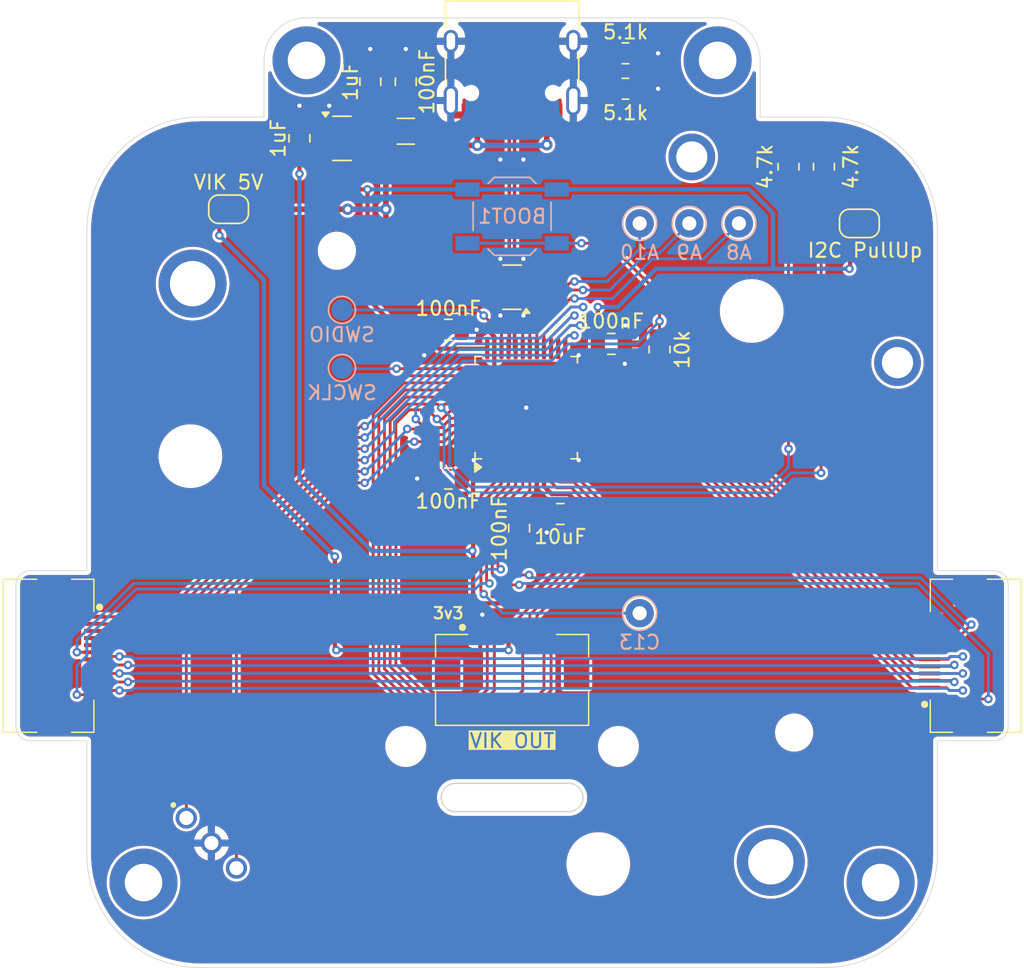
<source format=kicad_pcb>
(kicad_pcb (version 20240108) (generator "pcbnew") (generator_version "8.0")
  (layers (0 "F.Cu" signal) (31 "B.Cu" signal) (34 "B.Paste" user) (35 "F.Paste" user) (36 "B.SilkS" user "B.Silkscreen") (37 "F.SilkS" user "F.Silkscreen") (38 "B.Mask" user) (39 "F.Mask" user) (44 "Edge.Cuts" user))
  (net 0 "")
  (net 1 "BOOT0")
  (net 2 "+3V3")
  (net 3 "+5V")
  (net 4 "GND")
  (net 5 "NRST")
  (net 6 "VBUS")
  (net 7 "Net-(J1-CC2)")
  (net 9 "D-")
  (net 10 "Net-(J1-CC1)")
  (net 12 "D+")
  (net 13 "free1-mcu")
  (net 14 "col1-mcu")
  (net 15 "col4-mcu")
  (net 16 "row0-mcu")
  (net 17 "col2-mcu")
  (net 18 "col0-mcu")
  (net 19 "row3-mcu")
  (net 20 "row1-mcu")
  (net 21 "row2-mcu")
  (net 22 "col3-mcu")
  (net 23 "free2-mcu")
  (net 24 "row4-mcu")
  (net 25 "row5-mcu")
  (net 26 "row6-mcu")
  (net 27 "row7-mcu")
  (net 28 "I2C_3V3")
  (net 29 "LED_OUT")
  (net 30 "SCL")
  (net 31 "SDA")
  (net 32 "ENCB")
  (net 33 "ENCA")
  (net 34 "VIK_5V")
  (net 35 "VIK_GPIO2")
  (net 36 "SPI_CLK")
  (net 37 "SPI_MISO")
  (net 38 "VIK_GPIO1")
  (net 39 "VIK_CS")
  (net 40 "/A14")
  (net 41 "/A13")
  (net 42 "SPI_MOSI")
  (net 43 "free4-mcu")
  (net 44 "free3-mcu")
  (net 45 "free6-mcu")
  (net 46 "free5-mcu")
  (net 47 "/A8")
  (net 48 "/A9")
  (net 49 "/A10")
  (net 50 "/C13")
  (footprint "zzkeeb:Connector_VIK-horizontal-keyboard" (layer "F.Cu") (at 151.8 107.9)
    (property "Reference" "VIK_K1")
    (property "Value" "Connector_VIK-keyboard" (hide yes))
  )
  (footprint "zzkeeb:RingEncoder_PER561P115N0015" (layer "F.Cu") (at 151.8 99.9 -45)
    (property "Reference" "IC1" (hide yes))
    (property "Value" "RingEncoder_PER561-P115-N0015" (hide yes))
  )
  (footprint "Resistor_SMD:R_0805_2012Metric" (layer "F.Cu") (at 159.8 67.9 180)
    (property "Reference" "R1")
    (property "Value" "5.1k")
  )
  (footprint "zzkeeb:Hole_M2" (layer "F.Cu") (at 144.3 114.3)
    (property "Reference" "H5" (hide yes))
    (property "Value" "MountingHole" (hide yes))
  )
  (footprint "Jumper:SolderJumper-2_P1.3mm_Open_RoundedPad1.0x1.5mm" (layer "F.Cu") (at 131.8 76.4 180)
    (property "Reference" "JP1")
    (property "Value" "VIK 5V")
  )
  (footprint "Capacitor_SMD:C_0805_2012Metric" (layer "F.Cu") (at 144.3 67.4 90)
    (property "Reference" "C1")
    (property "Value" "100nF")
  )
  (footprint "Capacitor_SMD:C_0805_2012Metric" (layer "F.Cu") (at 155.2 97.9 180)
    (property "Reference" "C2")
    (property "Value" "10uF")
  )
  (footprint "Package_TO_SOT_SMD:SOT-143" (layer "F.Cu") (at 151.8 81.9 180)
    (property "Reference" "U2")
    (property "Value" "PRTR5V0U2X")
  )
  (footprint "zzkeeb:Hole_M2-solder-nut-2.5" (layer "F.Cu") (at 125.8 123.9)
    (property "Reference" "H3" (hide yes))
    (property "Value" "MountingHole" (hide yes))
  )
  (footprint "Capacitor_SMD:C_0805_2012Metric" (layer "F.Cu") (at 158.8 85.9)
    (property "Reference" "C3")
    (property "Value" "100nF")
  )
  (footprint "Resistor_SMD:R_0805_2012Metric" (layer "F.Cu") (at 173.8 73.4 -90)
    (property "Reference" "R5")
    (property "Value" "4.7k")
  )
  (footprint "Capacitor_SMD:C_0805_2012Metric" (layer "F.Cu") (at 147.3 84.9)
    (property "Reference" "C5")
    (property "Value" "100nF")
  )
  (footprint "zzkeeb:Hole_M2" (layer "F.Cu") (at 159.3 114.3)
    (property "Reference" "H6" (hide yes))
    (property "Value" "MountingHole" (hide yes))
  )
  (footprint "Fuse:Fuse_1206_3216Metric" (layer "F.Cu") (at 144.3 70.9 180)
    (property "Reference" "F1")
    (property "Value" "1A")
  )
  (footprint "Resistor_SMD:R_0805_2012Metric" (layer "F.Cu") (at 159.8 65.4)
    (property "Reference" "R2")
    (property "Value" "5.1k")
  )
  (footprint "zzkeeb:Connector_FFC-12pin-0.5mm-horizontal" (layer "F.Cu") (at 120.8 107.9 -90)
    (property "Reference" "J3")
    (property "Value" "Conn_01x12_Socket" (hide yes))
  )
  (footprint "Resistor_SMD:R_0805_2012Metric" (layer "F.Cu") (at 171.3 73.4 -90)
    (property "Reference" "R4")
    (property "Value" "4.7k")
  )
  (footprint "Capacitor_SMD:C_0805_2012Metric" (layer "F.Cu") (at 147.3 95.4 180)
    (property "Reference" "C6")
    (property "Value" "100nF")
  )
  (footprint "Jumper:SolderJumper-2_P1.3mm_Open_RoundedPad1.0x1.5mm" (layer "F.Cu") (at 176.3 77.4 180)
    (property "Reference" "JP3")
    (property "Value" "I2C PullUp")
  )
  (footprint "Package_TO_SOT_SMD:SOT-23" (layer "F.Cu") (at 139.8 71.4)
    (property "Reference" "U3")
    (property "Value" "XC6206PxxxMR-Regulator_Linear")
  )
  (footprint "Package_QFP:LQFP-48_7x7mm_P0.5mm" (layer "F.Cu") (at 152.8 90.4 90)
    (property "Reference" "U1")
    (property "Value" "STM32F072CBT6")
  )
  (footprint "zzkeeb:Connector_FFC-12pin-0.5mm-horizontal" (layer "F.Cu") (at 182.8 107.9 90)
    (property "Reference" "J2")
    (property "Value" "Conn_01x12_Socket" (hide yes))
  )
  (footprint "zzkeeb:Hole_M2-solder-nut-2.5" (layer "F.Cu") (at 137.3 65.9)
    (property "Reference" "H2" (hide yes))
    (property "Value" "MountingHole" (hide yes))
  )
  (footprint "Capacitor_SMD:C_0805_2012Metric" (layer "F.Cu") (at 136.8 71.4 90)
    (property "Reference" "C7")
    (property "Value" "1uF")
  )
  (footprint "Capacitor_SMD:C_0805_2012Metric" (layer "F.Cu") (at 141.8 67.4 90)
    (property "Reference" "C4")
    (property "Value" "1uF")
  )
  (footprint "zzkeeb:Hole_M2-solder-nut-2.5" (layer "F.Cu") (at 177.8 123.9)
    (property "Reference" "H4" (hide yes))
    (property "Value" "MountingHole" (hide yes))
  )
  (footprint "zzkeeb:Hole_M2-solder-nut-2.5" (layer "F.Cu") (at 166.3 65.9)
    (property "Reference" "H1" (hide yes))
    (property "Value" "MountingHole" (hide yes))
  )
  (footprint "Resistor_SMD:R_0805_2012Metric" (layer "F.Cu") (at 162.2 86.3 -90)
    (property "Reference" "R3")
    (property "Value" "10k")
  )
  (footprint "Capacitor_SMD:C_0805_2012Metric" (layer "F.Cu") (at 152.3 98.9 -90)
    (property "Reference" "C10")
    (property "Value" "100nF")
  )
  (footprint "zzkeeb:Connector_HRO-TYPE-C-31-M-12" (layer "F.Cu") (at 151.8 61.9 180)
    (property "Reference" "J1" (hide yes))
    (property "Value" "USB_C_Receptacle_USB2.0" (hide yes))
  )
  (footprint "TestPoint:TestPoint_Pad_D1.5mm" (layer "B.Cu") (at 139.8 83.5 180)
    (property "Reference" "TP1")
    (property "Value" "SWDIO")
  )
  (footprint "Button_Switch_SMD:SW_SPST_TL3342" (layer "B.Cu") (at 151.8 76.9 180)
    (property "Reference" "BOOT1")
    (property "Value" "SW_SPST")
  )
  (footprint "TestPoint:TestPoint_THTPad_D2.0mm_Drill1.0mm" (layer "B.Cu") (at 160.8 77.4 180)
    (property "Reference" "TP6")
    (property "Value" "A10")
  )
  (footprint "TestPoint:TestPoint_Pad_D1.5mm" (layer "B.Cu") (at 139.8 87.6 180)
    (property "Reference" "TP2")
    (property "Value" "SWCLK")
  )
  (footprint "TestPoint:TestPoint_THTPad_D2.0mm_Drill1.0mm" (layer "B.Cu") (at 164.3 77.4 180)
    (property "Reference" "TP5")
    (property "Value" "A9")
  )
  (footprint "TestPoint:TestPoint_THTPad_D2.0mm_Drill1.0mm" (layer "B.Cu") (at 160.8 104.9 180)
    (property "Reference" "TP3")
    (property "Value" "C13")
  )
  (footprint "TestPoint:TestPoint_THTPad_D2.0mm_Drill1.0mm" (layer "B.Cu") (at 167.8 77.4 180)
    (property "Reference" "TP4")
    (property "Value" "A8")
  )
  (gr_arc (start 166.3 62.9) (mid 168.42132 63.77868) (end 169.3 65.9) (stroke (width 0.05)) (layer "Edge.Cuts"))
  (gr_line (start 129.8 129.9) (end 173.8 129.9) (stroke (width 0.05)) (layer "Edge.Cuts"))
  (gr_line (start 116.8 102.9) (end 116.8 112.9) (stroke (width 0.05)) (layer "Edge.Cuts"))
  (gr_arc (start 181.8 121.9) (mid 179.456854 127.556854) (end 173.8 129.9) (stroke (width 0.05)) (layer "Edge.Cuts"))
  (gr_line (start 134.3 69.9) (end 129.8 69.9) (stroke (width 0.05)) (layer "Edge.Cuts"))
  (gr_arc (start 186.8 112.9) (mid 186.507107 113.607107) (end 185.8 113.9) (stroke (width 0.05)) (layer "Edge.Cuts"))
  (gr_line (start 121.8 77.9) (end 121.8 101.9) (stroke (width 0.05)) (layer "Edge.Cuts"))
  (gr_arc (start 121.8 77.9) (mid 124.143146 72.243146) (end 129.8 69.9) (stroke (width 0.05)) (layer "Edge.Cuts"))
  (gr_line (start 121.8 113.9) (end 121.8 121.9) (stroke (width 0.05)) (layer "Edge.Cuts"))
  (gr_arc (start 129.8 129.9) (mid 124.143146 127.556854) (end 121.8 121.9) (stroke (width 0.05)) (layer "Edge.Cuts"))
  (gr_arc (start 147.8 118.9) (mid 146.800001 117.9) (end 147.8 116.9) (stroke (width 0.1)) (layer "Edge.Cuts"))
  (gr_line (start 186.8 102.9) (end 186.8 112.9) (stroke (width 0.05)) (layer "Edge.Cuts"))
  (gr_line (start 134.3 65.9) (end 134.3 69.9) (stroke (width 0.05)) (layer "Edge.Cuts"))
  (gr_arc (start 173.8 69.9) (mid 179.456854 72.243146) (end 181.8 77.9) (stroke (width 0.05)) (layer "Edge.Cuts"))
  (gr_arc (start 134.3 65.9) (mid 135.17868 63.77868) (end 137.3 62.9) (stroke (width 0.05)) (layer "Edge.Cuts"))
  (gr_line (start 181.8 101.9) (end 185.8 101.9) (stroke (width 0.05)) (layer "Edge.Cuts"))
  (gr_line (start 169.3 69.9) (end 173.8 69.9) (stroke (width 0.05)) (layer "Edge.Cuts"))
  (gr_line (start 121.8 101.9) (end 117.8 101.9) (stroke (width 0.05)) (layer "Edge.Cuts"))
  (gr_arc (start 185.8 101.9) (mid 186.507107 102.192893) (end 186.8 102.9) (stroke (width 0.05)) (layer "Edge.Cuts"))
  (gr_line (start 155.8 116.9) (end 147.8 116.9) (stroke (width 0.1)) (layer "Edge.Cuts"))
  (gr_line (start 185.8 113.9) (end 181.8 113.9) (stroke (width 0.05)) (layer "Edge.Cuts"))
  (gr_line (start 169.3 65.9) (end 169.3 69.9) (stroke (width 0.05)) (layer "Edge.Cuts"))
  (gr_line (start 181.8 101.9) (end 181.8 77.9) (stroke (width 0.05)) (layer "Edge.Cuts"))
  (gr_line (start 147.8 118.9) (end 155.8 118.9) (stroke (width 0.1)) (layer "Edge.Cuts"))
  (gr_line (start 166.3 62.9) (end 137.3 62.9) (stroke (width 0.05)) (layer "Edge.Cuts"))
  (gr_arc (start 117.8 113.9) (mid 117.092893 113.607107) (end 116.8 112.9) (stroke (width 0.05)) (layer "Edge.Cuts"))
  (gr_line (start 181.8 113.9) (end 181.8 121.9) (stroke (width 0.05)) (layer "Edge.Cuts"))
  (gr_arc (start 155.8 116.9) (mid 156.800001 117.9) (end 155.8 118.9) (stroke (width 0.1)) (layer "Edge.Cuts"))
  (gr_arc (start 116.8 102.9) (mid 117.092893 102.192893) (end 117.8 101.9) (stroke (width 0.05)) (layer "Edge.Cuts"))
  (gr_line (start 117.8 113.9) (end 121.8 113.9) (stroke (width 0.05)) (layer "Edge.Cuts"))
  (segment (start 156.7 78.8) (end 158.6 78.8) (width 0.2) (layer "F.Cu") (net 1))
  (segment (start 145 91.2) (end 145.6 91.8) (width 0.2) (layer "F.Cu") (net 1))
  (segment (start 162.2 82.4) (end 162.2 85.3875) (width 0.2) (layer "F.Cu") (net 1))
  (segment (start 147.484314 91.15) (end 148.6375 91.15) (width 0.2) (layer "F.Cu") (net 1))
  (segment (start 146.834314 91.8) (end 147.484314 91.15) (width 0.2) (layer "F.Cu") (net 1))
  (segment (start 158.6 78.8) (end 162.2 82.4) (width 0.2) (layer "F.Cu") (net 1))
  (segment (start 145.6 91.8) (end 146.834314 91.8) (width 0.2) (layer "F.Cu") (net 1))
  (via (at 156.7 78.8) (size 0.6) (drill 0.3) (layers "F.Cu" "B.Cu") (net 1))
  (via (at 145 91.2) (size 0.6) (drill 0.3) (layers "F.Cu" "B.Cu") (net 1))
  (via (at 162.2 84.3) (size 0.6) (drill 0.3) (layers "F.Cu" "B.Cu") (net 1))
  (segment (start 145 90.462744) (end 145 91.2) (width 0.2) (layer "B.Cu") (net 1))
  (segment (start 160.6 85.9) (end 155.765686 85.9) (width 0.2) (layer "B.Cu") (net 1))
  (segment (start 154.565686 87.1) (end 148.362744 87.1) (width 0.2) (layer "B.Cu") (net 1))
  (segment (start 148.362744 87.1) (end 145 90.462744) (width 0.2) (layer "B.Cu") (net 1))
  (segment (start 162.2 84.3) (end 160.6 85.9) (width 0.2) (layer "B.Cu") (net 1))
  (segment (start 154.95 78.8) (end 156.7 78.8) (width 0.2) (layer "B.Cu") (net 1))
  (segment (start 155.765686 85.9) (end 154.565686 87.1) (width 0.2) (layer "B.Cu") (net 1))
  (segment (start 148.65 78.8) (end 154.95 78.8) (width 0.2) (layer "B.Cu") (net 1))
  (segment (start 148.25 95.4) (end 148.25 93.5375) (width 0.3) (layer "F.Cu") (net 2))
  (segment (start 146.6375 86.2375) (end 150.05 86.2375) (width 0.3) (layer "F.Cu") (net 2))
  (segment (start 154.6 96.5) (end 155.8 96.5) (width 0.3) (layer "F.Cu") (net 2))
  (segment (start 156.15 100.713604) (end 152.663604 104.2) (width 0.3) (layer "F.Cu") (net 2))
  (segment (start 136.8 73.9) (end 136.8 72.35) (width 0.3) (layer "F.Cu") (net 2))
  (segment (start 156.15 97.9) (end 156.15 100.713604) (width 0.3) (layer "F.Cu") (net 2))
  (segment (start 148.25 93.5375) (end 148.6375 93.15) (width 0.3) (layer "F.Cu") (net 2))
  (segment (start 136.8 72.35) (end 138.8625 72.35) (width 0.3) (layer "F.Cu") (net 2))
  (segment (start 155.8 96.5) (end 156.15 96.85) (width 0.3) (layer "F.Cu") (net 2))
  (segment (start 138.8625 73.9625) (end 138.8625 72.35) (width 0.3) (layer "F.Cu") (net 2))
  (segment (start 156.15 96.85) (end 156.15 97.9) (width 0.3) (layer "F.Cu") (net 2))
  (segment (start 150.05 95.25) (end 150.05 94.5625) (width 0.3) (layer "F.Cu") (net 2))
  (segment (start 175.65 80.55) (end 175.65 77.4) (width 0.3) (layer "F.Cu") (net 2))
  (segment (start 141.6 75) (end 139.9 75) (width 0.3) (layer "F.Cu") (net 2))
  (segment (start 154.05 94.5625) (end 154.05 95.95) (width 0.3) (layer "F.Cu") (net 2))
  (segment (start 149.05 103.9) (end 149.05 95.45) (width 0.3) (layer "F.Cu") (net 2))
  (segment (start 141.6 75) (end 141.6 82.7) (width 0.3) (layer "F.Cu") (net 2))
  (segment (start 146.35 85.95) (end 146.6375 86.2375) (width 0.3) (layer "F.Cu") (net 2))
  (segment (start 141.6 82.7) (end 143.8 84.9) (width 0.3) (layer "F.Cu") (net 2))
  (segment (start 157.85 87.65) (end 156.9625 87.65) (width 0.3) (layer "F.Cu") (net 2))
  (segment (start 157.85 83.3) (end 157.85 85.9) (width 0.3) (layer "F.Cu") (net 2))
  (segment (start 148.25 95.4) (end 149.9 95.4) (width 0.3) (layer "F.Cu") (net 2))
  (segment (start 146.35 84.9) (end 146.35 85.95) (width 0.3) (layer "F.Cu") (net 2))
  (segment (start 143.8 84.9) (end 146.35 84.9) (width 0.3) (layer "F.Cu") (net 2))
  (segment (start 152.663604 104.2) (end 149.05 104.2) (width 0.3) (layer "F.Cu") (net 2))
  (segment (start 149.9 95.4) (end 150.05 95.25) (width 0.3) (layer "F.Cu") (net 2))
  (segment (start 149.05 103.9) (end 149.05 106.35) (width 0.3) (layer "F.Cu") (net 2))
  (segment (start 139.9 75) (end 138.8625 73.9625) (width 0.3) (layer "F.Cu") (net 2))
  (segment (start 154.05 95.95) (end 154.6 96.5) (width 0.3) (layer "F.Cu") (net 2))
  (segment (start 175.6 80.6) (end 175.65 80.55) (width 0.3) (layer "F.Cu") (net 2))
  (segment (start 157.85 85.9) (end 157.85 87.65) (width 0.3) (layer "F.Cu") (net 2))
  (via (at 141.6 75) (size 0.6) (drill 0.3) (layers "F.Cu" "B.Cu") (net 2))
  (via (at 157.85 83.3) (size 0.6) (drill 0.3) (layers "F.Cu" "B.Cu") (net 2))
  (via (at 149 100.5) (size 0.6) (drill 0.3) (layers "F.Cu" "B.Cu") (net 2))
  (via (at 175.6 80.6) (size 0.6) (drill 0.3) (layers "F.Cu" "B.Cu") (net 2))
  (via (at 136.8 73.9) (size 0.6) (drill 0.3) (layers "F.Cu" "B.Cu") (net 2))
  (segment (start 157.85 83.3) (end 159.25 83.3) (width 0.3) (layer "B.Cu") (net 2))
  (segment (start 136.8 73.9) (end 136.8 95.4) (width 0.3) (layer "B.Cu") (net 2))
  (segment (start 141.9 100.5) (end 149 100.5) (width 0.3) (layer "B.Cu") (net 2))
  (segment (start 141.6 75) (end 168.527817 75) (width 0.3) (layer "B.Cu") (net 2))
  (segment (start 168.527817 75) (end 170.2 76.672183) (width 0.3) (layer "B.Cu") (net 2))
  (segment (start 170.2 76.672183) (end 170.2 80.6) (width 0.3) (layer "B.Cu") (net 2))
  (segment (start 161.95 80.6) (end 170.2 80.6) (width 0.3) (layer "B.Cu") (net 2))
  (segment (start 159.25 83.3) (end 161.95 80.6) (width 0.3) (layer "B.Cu") (net 2))
  (segment (start 136.8 95.4) (end 141.9 100.5) (width 0.3) (layer "B.Cu") (net 2))
  (segment (start 170.2 80.6) (end 175.6 80.6) (width 0.3) (layer "B.Cu") (net 2))
  (segment (start 144.3 81.8) (end 149.75 81.8) (width 0.4) (layer "F.Cu") (net 3))
  (segment (start 142.9 76.4) (end 142.9 80.4) (width 0.4) (layer "F.Cu") (net 3))
  (segment (start 149.75 81.8) (end 150.8 82.85) (width 0.4) (layer "F.Cu") (net 3))
  (segment (start 141.8 69.1) (end 140.7375 70.1625) (width 0.4) (layer "F.Cu") (net 3))
  (segment (start 140.7375 70.1625) (end 140.7375 71.4) (width 0.4) (layer "F.Cu") (net 3))
  (segment (start 142.9 70.9) (end 142.9 76.4) (width 0.4) (layer "F.Cu") (net 3))
  (segment (start 132.45 76.4) (end 140.2 76.4) (width 0.4) (layer "F.Cu") (net 3))
  (segment (start 141.8 68.35) (end 141.8 69.1) (width 0.4) (layer "F.Cu") (net 3))
  (segment (start 142.9 70.2) (end 144.3 68.8) (width 0.4) (layer "F.Cu") (net 3))
  (segment (start 144.3 68.8) (end 144.3 68.35) (width 0.4) (layer "F.Cu") (net 3))
  (segment (start 144.3 68.35) (end 141.8 68.35) (width 0.4) (layer "F.Cu") (net 3))
  (segment (start 142.9 80.4) (end 144.3 81.8) (width 0.4) (layer "F.Cu") (net 3))
  (segment (start 142.9 70.9) (end 142.9 70.2) (width 0.4) (layer "F.Cu") (net 3))
  (via (at 140.2 76.4) (size 0.8) (drill 0.4) (layers "F.Cu" "B.Cu") (net 3))
  (via (at 142.9 76.4) (size 0.8) (drill 0.4) (layers "F.Cu" "B.Cu") (net 3))
  (segment (start 140.2 76.4) (end 142.9 76.4) (width 0.4) (layer "B.Cu") (net 3))
  (segment (start 147.79688 92.65) (end 148.6375 92.65) (width 0.3) (layer "F.Cu") (net 4))
  (segment (start 146.35 95.4) (end 146.35 94.09688) (width 0.3) (layer "F.Cu") (net 4))
  (segment (start 159.75 87.3) (end 159.75 85.9) (width 0.3) (layer "F.Cu") (net 4))
  (segment (start 159.05 88.15) (end 156.9625 88.15) (width 0.3) (layer "F.Cu") (net 4))
  (segment (start 154.25 96.857106) (end 154.25 97.9) (width 0.3) (layer "F.Cu") (net 4))
  (segment (start 159.75 87.3) (end 159.75 87.45) (width 0.3) (layer "F.Cu") (net 4))
  (segment (start 149.3 84.9) (end 150.05312 84.9) (width 0.3) (layer "F.Cu") (net 4))
  (segment (start 159.75 87.45) (end 159.05 88.15) (width 0.3) (layer "F.Cu") (net 4))
  (segment (start 150.55 85.39688) (end 150.55 86.2375) (width 0.3) (layer "F.Cu") (net 4))
  (segment (start 153.55 96.157106) (end 154.25 96.857106) (width 0.3) (layer "F.Cu") (net 4))
  (segment (start 153.55 94.5625) (end 153.55 96.157106) (width 0.3) (layer "F.Cu") (net 4))
  (segment (start 149.3 84.9) (end 148.25 84.9) (width 0.3) (layer "F.Cu") (net 4))
  (segment (start 146.35 94.09688) (end 147.79688 92.65) (width 0.3) (layer "F.Cu") (net 4))
  (segment (start 150.05312 84.9) (end 150.55 85.39688) (width 0.3) (layer "F.Cu") (net 4))
  (via (at 138.9 69.1) (size 0.6) (drill 0.3) (layers "F.Cu" "B.Cu") (net 4))
  (via (at 162.1 67.9) (size 0.6) (drill 0.3) (layers "F.Cu" "B.Cu") (net 4))
  (via (at 159.8 84.6) (size 0.6) (drill 0.3) (layers "F.Cu" "B.Cu") (net 4))
  (via (at 150.975 79.9) (size 0.6) (drill 0.3) (layers "F.Cu" "B.Cu") (net 4))
  (via (at 149.3 84.9) (size 0.6) (drill 0.3) (layers "F.Cu" "B.Cu") (net 4))
  (via (at 159.75 87.3) (size 0.6) (drill 0.3) (layers "F.Cu" "B.Cu") (net 4))
  (via (at 145.1 95.4) (size 0.6) (drill 0.3) (layers "F.Cu" "B.Cu") (net 4))
  (via (at 152.6 79.9) (size 0.6) (drill 0.3) (layers "F.Cu" "B.Cu") (net 4))
  (via (at 149.1 94.1) (size 0.6) (drill 0.3) (layers "F.Cu" "B.Cu") (net 4))
  (via (at 144.3 65.1) (size 0.6) (drill 0.3) (layers "F.Cu" "B.Cu") (net 4))
  (via (at 156.5 86.7) (size 0.6) (drill 0.3) (layers "F.Cu" "B.Cu") (net 4))
  (via (at 152.8 90.4) (size 0.6) (drill 0.3) (layers "F.Cu" "B.Cu") (net 4))
  (via (at 149.7 105) (size 0.6) (drill 0.3) (layers "F.Cu" "B.Cu") (net 4))
  (via (at 150.975 72.9) (size 0.6) (drill 0.3) (layers "F.Cu" "B.Cu") (net 4))
  (via (at 152.6 72.9) (size 0.6) (drill 0.3) (layers "F.Cu" "B.Cu") (net 4))
  (via (at 145.6 86.7) (size 0.6) (drill 0.3) (layers "F.Cu" "B.Cu") (net 4))
  (via (at 136.8 69.1) (size 0.6) (drill 0.3) (layers "F.Cu" "B.Cu") (net 4))
  (via (at 152.6 83.9) (size 0.6) (drill 0.3) (layers "F.Cu" "B.Cu") (net 4))
  (via (at 141.8 65.1) (size 0.6) (drill 0.3) (layers "F.Cu" "B.Cu") (net 4))
  (via (at 162.1 65.4) (size 0.6) (drill 0.3) (layers "F.Cu" "B.Cu") (net 4))
  (via (at 156.5 94.1) (size 0.6) (drill 0.3) (layers "F.Cu" "B.Cu") (net 4))
  (via (at 154.25 99.2) (size 0.6) (drill 0.3) (layers "F.Cu" "B.Cu") (net 4))
  (via (at 150.975 83.9) (size 0.6) (drill 0.3) (layers "F.Cu" "B.Cu") (net 4))
  (segment (start 153.05 96.25) (end 153.05 94.5625) (width 0.2) (layer "F.Cu") (net 5))
  (segment (start 152.2 97.1) (end 153.05 96.25) (width 0.2) (layer "F.Cu") (net 5))
  (segment (start 152.2 97.95) (end 152.2 97.1) (width 0.2) (layer "F.Cu") (net 5))
  (segment (start 147.7 71.9) (end 146.7 70.9) (width 0.4) (layer "F.Cu") (net 6))
  (segment (start 149.35 71.9) (end 147.7 71.9) (width 0.4) (layer "F.Cu") (net 6))
  (segment (start 149.35 71.9) (end 149.35 69.75) (width 0.4) (layer "F.Cu") (net 6))
  (segment (start 154.25 71.85) (end 154.25 69.75) (width 0.4) (layer "F.Cu") (net 6))
  (segment (start 146.7 70.9) (end 145.7 70.9) (width 0.4) (layer "F.Cu") (net 6))
  (via (at 154.25 71.85) (size 0.8) (drill 0.4) (layers "F.Cu" "B.Cu") (net 6))
  (via (at 149.35 71.9) (size 0.8) (drill 0.4) (layers "F.Cu" "B.Cu") (net 6))
  (segment (start 154.25 71.85) (end 154.2 71.9) (width 0.4) (layer "B.Cu") (net 6))
  (segment (start 154.2 71.9) (end 149.35 71.9) (width 0.4) (layer "B.Cu") (net 6))
  (segment (start 157.8 65.4) (end 156.9 66.3) (width 0.2) (layer "F.Cu") (net 7))
  (segment (start 156.9 66.3) (end 151.2 66.3) (width 0.2) (layer "F.Cu") (net 7))
  (segment (start 151.2 66.3) (end 150.05 67.45) (width 0.2) (layer "F.Cu") (net 7))
  (segment (start 150.05 67.45) (end 150.05 69.75) (width 0.2) (layer "F.Cu") (net 7))
  (segment (start 158.8875 65.4) (end 157.8 65.4) (width 0.2) (layer "F.Cu") (net 7))
  (segment (start 152.55 68.85) (end 152.55 69.75) (width 0.25) (layer "F.Cu") (net 9))
  (segment (start 151.55 68.8) (end 151.75 68.6) (width 0.25) (layer "F.Cu") (net 9))
  (segment (start 151.75 68.6) (end 152.3 68.6) (width 0.25) (layer "F.Cu") (net 9))
  (segment (start 151.55 69.75) (end 151.55 68.8) (width 0.25) (layer "F.Cu") (net 9))
  (segment (start 151.975 86.1625) (end 151.975 71.325) (width 0.25) (layer "F.Cu") (net 9))
  (segment (start 152.075 80.95) (end 152.8 80.95) (width 0.25) (layer "F.Cu") (net 9))
  (segment (start 151.975 71.325) (end 152.55 70.75) (width 0.25) (layer "F.Cu") (net 9))
  (segment (start 152.55 70.75) (end 152.55 69.75) (width 0.25) (layer "F.Cu") (net 9))
  (segment (start 152.3 68.6) (end 152.55 68.85) (width 0.25) (layer "F.Cu") (net 9))
  (segment (start 152.05 86.2375) (end 151.975 86.1625) (width 0.25) (layer "F.Cu") (net 9))
  (segment (start 153.05 67.45) (end 153.6 66.9) (width 0.2) (layer "F.Cu") (net 10))
  (segment (start 153.6 66.9) (end 156.8 66.9) (width 0.2) (layer "F.Cu") (net 10))
  (segment (start 157.8 67.9) (end 158.8875 67.9) (width 0.2) (layer "F.Cu") (net 10))
  (segment (start 156.8 66.9) (end 157.8 67.9) (width 0.2) (layer "F.Cu") (net 10))
  (segment (start 153.05 69.75) (end 153.05 67.45) (width 0.2) (layer "F.Cu") (net 10))
  (segment (start 151.05 69.75) (end 151.05 70.6) (width 0.25) (layer "F.Cu") (net 12))
  (segment (start 151.05 70.6) (end 151.6 71.15) (width 0.25) (layer "F.Cu") (net 12))
  (segment (start 152.05 69.75) (end 152.05 70.7) (width 0.25) (layer "F.Cu") (net 12))
  (segment (start 150.8 80.95) (end 151.5 80.95) (width 0.25) (layer "F.Cu") (net 12))
  (segment (start 151.6 71.15) (end 151.6 86.1875) (width 0.25) (layer "F.Cu") (net 12))
  (segment (start 152.05 70.7) (end 151.6 71.15) (width 0.25) (layer "F.Cu") (net 12))
  (segment (start 151.6 86.1875) (end 151.55 86.2375) (width 0.25) (layer "F.Cu") (net 12))
  (segment (start 163.57843 88.65) (end 156.9625 88.65) (width 0.2) (layer "F.Cu") (net 13))
  (segment (start 180.07843 105.15) (end 163.57843 88.65) (width 0.2) (layer "F.Cu") (net 13))
  (segment (start 181.25 105.15) (end 180.07843 105.15) (width 0.2) (layer "F.Cu") (net 13))
  (segment (start 156.9625 91.65) (end 163.184314 91.65) (width 0.2) (layer "F.Cu") (net 14))
  (segment (start 163.184314 91.65) (end 180.184314 108.65) (width 0.2) (layer "F.Cu") (net 14))
  (segment (start 182.9 108.65) (end 181.25 108.65) (width 0.2) (layer "F.Cu") (net 14))
  (segment (start 123.55 108.65) (end 122.35 108.65) (width 0.2) (layer "F.Cu") (net 14))
  (segment (start 180.184314 108.65) (end 181.25 108.65) (width 0.2) (layer "F.Cu") (net 14))
  (segment (start 124.7 108.55) (end 123.65 108.55) (width 0.2) (layer "F.Cu") (net 14))
  (segment (start 123.65 108.55) (end 123.55 108.65) (width 0.2) (layer "F.Cu") (net 14))
  (segment (start 183 108.55) (end 182.9 108.65) (width 0.2) (layer "F.Cu") (net 14))
  (via (at 183 108.55) (size 0.6) (drill 0.3) (layers "F.Cu" "B.Cu") (net 14))
  (via (at 124.7 108.55) (size 0.6) (drill 0.3) (layers "F.Cu" "B.Cu") (net 14))
  (segment (start 182.95 108.6) (end 124.75 108.6) (width 0.2) (layer "B.Cu") (net 14))
  (segment (start 124.75 108.6) (end 124.7 108.55) (width 0.2) (layer "B.Cu") (net 14))
  (segment (start 183 108.55) (end 182.95 108.6) (width 0.2) (layer "B.Cu") (net 14))
  (segment (start 124.1 110.35) (end 123.55 110.35) (width 0.2) (layer "F.Cu") (net 15))
  (segment (start 182.65 110.35) (end 182.45 110.15) (width 0.2) (layer "F.Cu") (net 15))
  (segment (start 162.987256 93.15) (end 179.987256 110.15) (width 0.2) (layer "F.Cu") (net 15))
  (segment (start 182.45 110.15) (end 181.25 110.15) (width 0.2) (layer "F.Cu") (net 15))
  (segment (start 156.9625 93.15) (end 162.987256 93.15) (width 0.2) (layer "F.Cu") (net 15))
  (segment (start 123.35 110.15) (end 122.35 110.15) (width 0.2) (layer "F.Cu") (net 15))
  (segment (start 123.55 110.35) (end 123.35 110.15) (width 0.2) (layer "F.Cu") (net 15))
  (segment (start 179.987256 110.15) (end 181.25 110.15) (width 0.2) (layer "F.Cu") (net 15))
  (segment (start 183.6 110.35) (end 182.65 110.35) (width 0.2) (layer "F.Cu") (net 15))
  (via (at 124.1 110.35) (size 0.6) (drill 0.3) (layers "F.Cu" "B.Cu") (net 15))
  (via (at 183.6 110.35) (size 0.6) (drill 0.3) (layers "F.Cu" "B.Cu") (net 15))
  (segment (start 183.6 110.35) (end 182.65 110.35) (width 0.2) (layer "B.Cu") (net 15))
  (segment (start 125.098529 110.2) (end 124.948529 110.35) (width 0.2) (layer "B.Cu") (net 15))
  (segment (start 182.5 110.2) (end 125.098529 110.2) (width 0.2) (layer "B.Cu") (net 15))
  (segment (start 182.65 110.35) (end 182.5 110.2) (width 0.2) (layer "B.Cu") (net 15))
  (segment (start 124.948529 110.35) (end 124.1 110.35) (width 0.2) (layer "B.Cu") (net 15))
  (segment (start 181.25 105.65) (end 180.012744 105.65) (width 0.2) (layer "F.Cu") (net 16))
  (segment (start 180.012744 105.65) (end 163.512744 89.15) (width 0.2) (layer "F.Cu") (net 16))
  (segment (start 163.512744 89.15) (end 156.9625 89.15) (width 0.2) (layer "F.Cu") (net 16))
  (segment (start 124.1 109.15) (end 122.35 109.15) (width 0.2) (layer "F.Cu") (net 17))
  (segment (start 183.6 109.15) (end 181.25 109.15) (width 0.2) (layer "F.Cu") (net 17))
  (segment (start 180.118628 109.15) (end 163.118628 92.15) (width 0.2) (layer "F.Cu") (net 17))
  (segment (start 163.118628 92.15) (end 156.9625 92.15) (width 0.2) (layer "F.Cu") (net 17))
  (segment (start 181.25 109.15) (end 180.118628 109.15) (width 0.2) (layer "F.Cu") (net 17))
  (via (at 124.1 109.15) (size 0.6) (drill 0.3) (layers "F.Cu" "B.Cu") (net 17))
  (via (at 183.6 109.15) (size 0.6) (drill 0.3) (layers "F.Cu" "B.Cu") (net 17))
  (segment (start 183.6 109.15) (end 124.1 109.15) (width 0.2) (layer "B.Cu") (net 17))
  (segment (start 180.25 108.15) (end 181.25 108.15) (width 0.2) (layer "F.Cu") (net 18))
  (segment (start 156.9625 91.15) (end 163.25 91.15) (width 0.2) (layer "F.Cu") (net 18))
  (segment (start 163.25 91.15) (end 180.25 108.15) (width 0.2) (layer "F.Cu") (net 18))
  (segment (start 183.6 107.95) (end 182.75 107.95) (width 0.2) (layer "F.Cu") (net 18))
  (segment (start 182.75 107.95) (end 182.55 108.15) (width 0.2) (layer "F.Cu") (net 18))
  (segment (start 123.35 108.15) (end 122.35 108.15) (width 0.2) (layer "F.Cu") (net 18))
  (segment (start 182.55 108.15) (end 181.25 108.15) (width 0.2) (layer "F.Cu") (net 18))
  (segment (start 124.1 107.95) (end 123.55 107.95) (width 0.2) (layer "F.Cu") (net 18))
  (segment (start 123.55 107.95) (end 123.35 108.15) (width 0.2) (layer "F.Cu") (net 18))
  (via (at 124.1 107.95) (size 0.6) (drill 0.3) (layers "F.Cu" "B.Cu") (net 18))
  (via (at 183.6 107.95) (size 0.6) (drill 0.3) (layers "F.Cu" "B.Cu") (net 18))
  (segment (start 124.948529 107.95) (end 124.1 107.95) (width 0.2) (layer "B.Cu") (net 18))
  (segment (start 182.55 108.1) (end 125.098529 108.1) (width 0.2) (layer "B.Cu") (net 18))
  (segment (start 125.098529 108.1) (end 124.948529 107.95) (width 0.2) (layer "B.Cu") (net 18))
  (segment (start 183.6 107.95) (end 182.7 107.95) (width 0.2) (layer "B.Cu") (net 18))
  (segment (start 182.7 107.95) (end 182.55 108.1) (width 0.2) (layer "B.Cu") (net 18))
  (segment (start 179.815686 107.15) (end 181.25 107.15) (width 0.2) (layer "F.Cu") (net 19))
  (segment (start 163.315686 90.65) (end 179.815686 107.15) (width 0.2) (layer "F.Cu") (net 19))
  (segment (start 156.9625 90.65) (end 163.315686 90.65) (width 0.2) (layer "F.Cu") (net 19))
  (segment (start 163.447058 89.65) (end 179.947058 106.15) (width 0.2) (layer "F.Cu") (net 20))
  (segment (start 156.9625 89.65) (end 163.447058 89.65) (width 0.2) (layer "F.Cu") (net 20))
  (segment (start 179.947058 106.15) (end 181.25 106.15) (width 0.2) (layer "F.Cu") (net 20))
  (segment (start 179.881372 106.65) (end 163.381372 90.15) (width 0.2) (layer "F.Cu") (net 21))
  (segment (start 163.381372 90.15) (end 156.9625 90.15) (width 0.2) (layer "F.Cu") (net 21))
  (segment (start 181.25 106.65) (end 179.881372 106.65) (width 0.2) (layer "F.Cu") (net 21))
  (segment (start 124.7 109.75) (end 123.6 109.75) (width 0.2) (layer "F.Cu") (net 22))
  (segment (start 182.85 109.65) (end 181.25 109.65) (width 0.2) (layer "F.Cu") (net 22))
  (segment (start 180.052942 109.65) (end 181.25 109.65) (width 0.2) (layer "F.Cu") (net 22))
  (segment (start 156.9625 92.65) (end 163.052942 92.65) (width 0.2) (layer "F.Cu") (net 22))
  (segment (start 123.6 109.75) (end 123.5 109.65) (width 0.2) (layer "F.Cu") (net 22))
  (segment (start 163.052942 92.65) (end 180.052942 109.65) (width 0.2) (layer "F.Cu") (net 22))
  (segment (start 183 109.75) (end 182.95 109.75) (width 0.2) (layer "F.Cu") (net 22))
  (segment (start 123.5 109.65) (end 122.35 109.65) (width 0.2) (layer "F.Cu") (net 22))
  (segment (start 182.95 109.75) (end 182.85 109.65) (width 0.2) (layer "F.Cu") (net 22))
  (via (at 183 109.75) (size 0.6) (drill 0.3) (layers "F.Cu" "B.Cu") (net 22))
  (via (at 124.7 109.75) (size 0.6) (drill 0.3) (layers "F.Cu" "B.Cu") (net 22))
  (segment (start 182.95 109.7) (end 124.75 109.7) (width 0.2) (layer "B.Cu") (net 22))
  (segment (start 124.75 109.7) (end 124.7 109.75) (width 0.2) (layer "B.Cu") (net 22))
  (segment (start 183 109.75) (end 182.95 109.7) (width 0.2) (layer "B.Cu") (net 22))
  (segment (start 127.1 105.15) (end 144.1 88.15) (width 0.2) (layer "F.Cu") (net 23))
  (segment (start 144.1 88.15) (end 148.6375 88.15) (width 0.2) (layer "F.Cu") (net 23))
  (segment (start 122.35 105.15) (end 127.1 105.15) (width 0.2) (layer "F.Cu") (net 23))
  (segment (start 141.4 94.1) (end 140.412744 94.1) (width 0.2) (layer "F.Cu") (net 24))
  (segment (start 127.362744 107.15) (end 122.35 107.15) (width 0.2) (layer "F.Cu") (net 24))
  (segment (start 155.783276 85.3) (end 155.55 85.533276) (width 0.2) (layer "F.Cu") (net 24))
  (segment (start 140.412744 94.1) (end 127.362744 107.15) (width 0.2) (layer "F.Cu") (net 24))
  (segment (start 155.55 85.533276) (end 155.55 86.2375) (width 0.2) (layer "F.Cu") (net 24))
  (segment (start 156.2 85.3) (end 155.783276 85.3) (width 0.2) (layer "F.Cu") (net 24))
  (via (at 141.4 94.1) (size 0.6) (drill 0.3) (layers "F.Cu" "B.Cu") (net 24))
  (via (at 156.2 85.3) (size 0.6) (drill 0.3) (layers "F.Cu" "B.Cu") (net 24))
  (segment (start 154.4 86.7) (end 155.8 85.3) (width 0.2) (layer "B.Cu") (net 24))
  (segment (start 141.448529 94.1) (end 143.5 92.048529) (width 0.2) (layer "B.Cu") (net 24))
  (segment (start 143.5 92.048529) (end 143.5 91.397058) (width 0.2) (layer "B.Cu") (net 24))
  (segment (start 155.8 85.3) (end 156.2 85.3) (width 0.2) (layer "B.Cu") (net 24))
  (segment (start 143.5 91.397058) (end 148.197058 86.7) (width 0.2) (layer "B.Cu") (net 24))
  (segment (start 148.197058 86.7) (end 154.4 86.7) (width 0.2) (layer "B.Cu") (net 24))
  (segment (start 141.4 94.1) (end 141.448529 94.1) (width 0.2) (layer "B.Cu") (net 24))
  (segment (start 156.6 84.6) (end 155.91759 84.6) (width 0.2) (layer "F.Cu") (net 25))
  (segment (start 141.4 93.3) (end 140.647058 93.3) (width 0.2) (layer "F.Cu") (net 25))
  (segment (start 140.647058 93.3) (end 127.297058 106.65) (width 0.2) (layer "F.Cu") (net 25))
  (segment (start 127.297058 106.65) (end 122.35 106.65) (width 0.2) (layer "F.Cu") (net 25))
  (segment (start 155.91759 84.6) (end 155.05 85.46759) (width 0.2) (layer "F.Cu") (net 25))
  (segment (start 155.05 85.46759) (end 155.05 86.2375) (width 0.2) (layer "F.Cu") (net 25))
  (via (at 156.6 84.6) (size 0.6) (drill 0.3) (layers "F.Cu" "B.Cu") (net 25))
  (via (at 141.4 93.3) (size 0.6) (drill 0.3) (layers "F.Cu" "B.Cu") (net 25))
  (segment (start 155.917157 84.6) (end 156.6 84.6) (width 0.2) (layer "B.Cu") (net 25))
  (segment (start 142.8 91.948529) (end 142.8 91.531372) (width 0.2) (layer "B.Cu") (net 25))
  (segment (start 141.448529 93.3) (end 142.8 91.948529) (width 0.2) (layer "B.Cu") (net 25))
  (segment (start 154.217157 86.3) (end 155.917157 84.6) (width 0.2) (layer "B.Cu") (net 25))
  (segment (start 141.4 93.3) (end 141.448529 93.3) (width 0.2) (layer "B.Cu") (net 25))
  (segment (start 148.031372 86.3) (end 154.217157 86.3) (width 0.2) (layer "B.Cu") (net 25))
  (segment (start 142.8 91.531372) (end 148.031372 86.3) (width 0.2) (layer "B.Cu") (net 25))
  (segment (start 154.55 85.401904) (end 154.55 86.2375) (width 0.2) (layer "F.Cu") (net 26))
  (segment (start 141.4 92.5) (end 140.881372 92.5) (width 0.2) (layer "F.Cu") (net 26))
  (segment (start 156.051904 83.9) (end 154.55 85.401904) (width 0.2) (layer "F.Cu") (net 26))
  (segment (start 127.231372 106.15) (end 122.35 106.15) (width 0.2) (layer "F.Cu") (net 26))
  (segment (start 156.2 83.9) (end 156.051904 83.9) (width 0.2) (layer "F.Cu") (net 26))
  (segment (start 140.881372 92.5) (end 127.231372 106.15) (width 0.2) (layer "F.Cu") (net 26))
  (via (at 141.4 92.5) (size 0.6) (drill 0.3) (layers "F.Cu" "B.Cu") (net 26))
  (via (at 156.2 83.9) (size 0.6) (drill 0.3) (layers "F.Cu" "B.Cu") (net 26))
  (segment (start 154.051471 85.9) (end 156.051471 83.9) (width 0.2) (layer "B.Cu") (net 26))
  (segment (start 142.2 91.565686) (end 147.865686 85.9) (width 0.2) (layer "B.Cu") (net 26))
  (segment (start 156.051471 83.9) (end 156.2 83.9) (width 0.2) (layer "B.Cu") (net 26))
  (segment (start 142.2 91.748529) (end 142.2 91.565686) (width 0.2) (layer "B.Cu") (net 26))
  (segment (start 147.865686 85.9) (end 154.051471 85.9) (width 0.2) (layer "B.Cu") (net 26))
  (segment (start 141.448529 92.5) (end 142.2 91.748529) (width 0.2) (layer "B.Cu") (net 26))
  (segment (start 141.4 92.5) (end 141.448529 92.5) (width 0.2) (layer "B.Cu") (net 26))
  (segment (start 141.115686 91.7) (end 127.165686 105.65) (width 0.2) (layer "F.Cu") (net 27))
  (segment (start 154.05 85.201471) (end 154.05 86.2375) (width 0.2) (layer "F.Cu") (net 27))
  (segment (start 155.951471 83.3) (end 154.05 85.201471) (width 0.2) (layer "F.Cu") (net 27))
  (segment (start 156.814579 83.3) (end 155.951471 83.3) (width 0.2) (layer "F.Cu") (net 27))
  (segment (start 141.4 91.7) (end 141.115686 91.7) (width 0.2) (layer "F.Cu") (net 27))
  (segment (start 127.165686 105.65) (end 122.35 105.65) (width 0.2) (layer "F.Cu") (net 27))
  (via (at 141.4 91.7) (size 0.6) (drill 0.3) (layers "F.Cu" "B.Cu") (net 27))
  (via (at 156.814579 83.3) (size 0.6) (drill 0.3) (layers "F.Cu" "B.Cu") (net 27))
  (segment (start 153.751472 85.5) (end 155.951472 83.3) (width 0.2) (layer "B.Cu") (net 27))
  (segment (start 141.5 91.7) (end 147.7 85.5) (width 0.2) (layer "B.Cu") (net 27))
  (segment (start 141.4 91.7) (end 141.5 91.7) (width 0.2) (layer "B.Cu") (net 27))
  (segment (start 147.7 85.5) (end 153.751472 85.5) (width 0.2) (layer "B.Cu") (net 27))
  (segment (start 155.951472 83.3) (end 156.814579 83.3) (width 0.2) (layer "B.Cu") (net 27))
  (segment (start 171.3 72.4875) (end 173.8 72.4875) (width 0.3) (layer "F.Cu") (net 28))
  (segment (start 176.3875 72.4875) (end 176.95 73.05) (width 0.3) (layer "F.Cu") (net 28))
  (segment (start 173.8 72.4875) (end 176.3875 72.4875) (width 0.3) (layer "F.Cu") (net 28))
  (segment (start 176.95 73.05) (end 176.95 77.4) (width 0.3) (layer "F.Cu") (net 28))
  (segment (start 146.8 90.4) (end 146.55 90.15) (width 0.2) (layer "F.Cu") (net 30))
  (segment (start 150.55 110.35) (end 150.55 106.35) (width 0.2) (layer "F.Cu") (net 30))
  (segment (start 147.05 90.15) (end 148.6375 90.15) (width 0.2) (layer "F.Cu") (net 30))
  (segment (start 143.2 91.334314) (end 143.2 108.665686) (width 0.2) (layer "F.Cu") (net 30))
  (segment (start 143.2 108.665686) (end 146.034314 111.5) (width 0.2) (layer "F.Cu") (net 30))
  (segment (start 144.384314 90.15) (end 143.2 91.334314) (width 0.2) (layer "F.Cu") (net 30))
  (segment (start 146.55 90.15) (end 144.384314 90.15) (width 0.2) (layer "F.Cu") (net 30))
  (segment (start 171.3 93.3) (end 171.3 74.3125) (width 0.2) (layer "F.Cu") (net 30))
  (segment (start 149.4 111.5) (end 150.55 110.35) (width 0.2) (layer "F.Cu") (net 30))
  (segment (start 146.8 90.4) (end 147.05 90.15) (width 0.2) (layer "F.Cu") (net 30))
  (segment (start 146.034314 111.5) (end 149.4 111.5) (width 0.2) (layer "F.Cu") (net 30))
  (via (at 146.8 90.4) (size 0.6) (drill 0.3) (layers "F.Cu" "B.Cu") (net 30))
  (via (at 171.3 93.3) (size 0.6) (drill 0.3) (layers "F.Cu" "B.Cu") (net 30))
  (segment (start 147.4 94.5) (end 148.9 96) (width 0.2) (layer "B.Cu") (net 30))
  (segment (start 148.9 96) (end 169.9 96) (width 0.2) (layer "B.Cu") (net 30))
  (segment (start 146.8 90.4) (end 147.4 91) (width 0.2) (layer "B.Cu") (net 30))
  (segment (start 147.4 91) (end 147.4 94.5) (width 0.2) (layer "B.Cu") (net 30))
  (segment (start 169.9 96) (end 171.3 94.6) (width 0.2) (layer "B.Cu") (net 30))
  (segment (start 171.3 94.6) (end 171.3 93.3) (width 0.2) (layer "B.Cu") (net 30))
  (segment (start 147.418628 90.65) (end 148.6375 90.65) (width 0.2) (layer "F.Cu") (net 31))
  (segment (start 150.05 110.284314) (end 150.05 106.35) (width 0.2) (layer "F.Cu") (net 31))
  (segment (start 145.85 90.55) (end 144.55 90.55) (width 0.2) (layer "F.Cu") (net 31))
  (segment (start 144.55 90.55) (end 143.6 91.5) (width 0.2) (layer "F.Cu") (net 31))
  (segment (start 146.868628 91.2) (end 147.418628 90.65) (width 0.2) (layer "F.Cu") (net 31))
  (segment (start 149.234314 111.1) (end 150.05 110.284314) (width 0.2) (layer "F.Cu") (net 31))
  (segment (start 146.5 91.2) (end 145.85 90.55) (width 0.2) (layer "F.Cu") (net 31))
  (segment (start 146.2 111.1) (end 149.234314 111.1) (width 0.2) (layer "F.Cu") (net 31))
  (segment (start 173.6 74.5125) (end 173.8 74.3125) (width 0.2) (layer "F.Cu") (net 31))
  (segment (start 173.6 95) (end 173.6 74.5125) (width 0.2) (layer "F.Cu") (net 31))
  (segment (start 146.5 91.2) (end 146.868628 91.2) (width 0.2) (layer "F.Cu") (net 31))
  (segment (start 143.6 108.5) (end 146.2 111.1) (width 0.2) (layer "F.Cu") (net 31))
  (segment (start 143.6 91.5) (end 143.6 108.5) (width 0.2) (layer "F.Cu") (net 31))
  (via (at 146.5 91.2) (size 0.6) (drill 0.3) (layers "F.Cu" "B.Cu") (net 31))
  (via (at 173.6 95) (size 0.6) (drill 0.3) (layers "F.Cu" "B.Cu") (net 31))
  (segment (start 147 91.7) (end 147 94.665686) (width 0.2) (layer "B.Cu") (net 31))
  (segment (start 146.5 91.2) (end 147 91.7) (width 0.2) (layer "B.Cu") (net 31))
  (segment (start 147 94.665686) (end 148.734314 96.4) (width 0.2) (layer "B.Cu") (net 31))
  (segment (start 170.065686 96.4) (end 171.465686 95) (width 0.2) (layer "B.Cu") (net 31))
  (segment (start 171.465686 95) (end 173.6 95) (width 0.2) (layer "B.Cu") (net 31))
  (segment (start 148.734314 96.4) (end 170.065686 96.4) (width 0.2) (layer "B.Cu") (net 31))
  (segment (start 147.010484 92.8) (end 147.660484 92.15) (width 0.2) (layer "F.Cu") (net 32))
  (segment (start 132.354564 103.289552) (end 132.354564 122.88097) (width 0.2) (layer "F.Cu") (net 32))
  (segment (start 141.4 95.7) (end 139.944116 95.7) (width 0.2) (layer "F.Cu") (net 32))
  (segment (start 144.9 92.8) (end 147.010484 92.8) (width 0.2) (layer "F.Cu") (net 32))
  (segment (start 147.660484 92.15) (end 148.6375 92.15) (width 0.2) (layer "F.Cu") (net 32))
  (segment (start 139.944116 95.7) (end 132.354564 103.289552) (width 0.2) (layer "F.Cu") (net 32))
  (via (at 141.4 95.7) (size 0.6) (drill 0.3) (layers "F.Cu" "B.Cu") (net 32))
  (via (at 144.9 92.8) (size 0.6) (drill 0.3) (layers "F.Cu" "B.Cu") (net 32))
  (segment (start 144.4 92.8) (end 144.9 92.8) (width 0.2) (layer "B.Cu") (net 32))
  (segment (start 141.5 95.7) (end 144.4 92.8) (width 0.2) (layer "B.Cu") (net 32))
  (segment (start 141.4 95.7) (end 141.5 95.7) (width 0.2) (layer "B.Cu") (net 32))
  (segment (start 145 91.9) (end 145.4 92.3) (width 0.2) (layer "F.Cu") (net 33))
  (segment (start 140.17843 94.9) (end 128.81903 106.2594) (width 0.2) (layer "F.Cu") (net 33))
  (segment (start 141.4 94.9) (end 140.17843 94.9) (width 0.2) (layer "F.Cu") (net 33))
  (segment (start 145.4 92.3) (end 146.9 92.3) (width 0.2) (layer "F.Cu") (net 33))
  (segment (start 144.4 91.9) (end 145 91.9) (width 0.2) (layer "F.Cu") (net 33))
  (segment (start 128.81903 106.2594) (end 128.81903 119.345436) (width 0.2) (layer "F.Cu") (net 33))
  (segment (start 146.9 92.3) (end 147.55 91.65) (width 0.2) (layer "F.Cu") (net 33))
  (segment (start 147.55 91.65) (end 148.6375 91.65) (width 0.2) (layer "F.Cu") (net 33))
  (via (at 141.4 94.9) (size 0.6) (drill 0.3) (layers "F.Cu" "B.Cu") (net 33))
  (via (at 144.4 91.9) (size 0.6) (drill 0.3) (layers "F.Cu" "B.Cu") (net 33))
  (segment (start 144.4 91.948529) (end 141.448529 94.9) (width 0.2) (layer "B.Cu") (net 33))
  (segment (start 141.448529 94.9) (end 141.4 94.9) (width 0.2) (layer "B.Cu") (net 33))
  (segment (start 144.4 91.9) (end 144.4 91.948529) (width 0.2) (layer "B.Cu") (net 33))
  (segment (start 151.55 107.5) (end 151.55 106.35) (width 0.3) (layer "F.Cu") (net 34))
  (segment (start 139.4 107.5) (end 139.3 107.4) (width 0.3) (layer "F.Cu") (net 34))
  (segment (start 131.15 78.25) (end 131.15 75.9) (width 0.3) (layer "F.Cu") (net 34))
  (segment (start 139.3 107.4) (end 139.3 100.9) (width 0.3) (layer "F.Cu") (net 34))
  (via (at 139.3 100.9) (size 0.6) (drill 0.3) (layers "F.Cu" "B.Cu") (net 34))
  (via (at 131.15 78.25) (size 0.6) (drill 0.3) (layers "F.Cu" "B.Cu") (net 34))
  (via (at 139.4 107.5) (size 0.6) (drill 0.3) (layers "F.Cu" "B.Cu") (net 34))
  (via (at 151.55 107.5) (size 0.6) (drill 0.3) (layers "F.Cu" "B.Cu") (net 34))
  (segment (start 151.496989 107.5) (end 151.55 107.446989) (width 0.3) (layer "B.Cu") (net 34))
  (segment (start 131.15 78.25) (end 134.3 81.4) (width 0.3) (layer "B.Cu") (net 34))
  (segment (start 134.3 95.9) (end 139.3 100.9) (width 0.3) (layer "B.Cu") (net 34))
  (segment (start 139.4 107.5) (end 151.496989 107.5) (width 0.3) (layer "B.Cu") (net 34))
  (segment (start 134.3 81.4) (end 134.3 95.9) (width 0.3) (layer "B.Cu") (net 34))
  (segment (start 155.05 95.55) (end 155.15 95.65) (width 0.2) (layer "F.Cu") (net 35))
  (segment (start 155.05 94.5625) (end 155.05 95.55) (width 0.2) (layer "F.Cu") (net 35))
  (segment (start 156.152082 95.65) (end 157.4 96.897918) (width 0.2) (layer "F.Cu") (net 35))
  (segment (start 155.15 95.65) (end 156.152082 95.65) (width 0.2) (layer "F.Cu") (net 35))
  (segment (start 157.4 100.665686) (end 153.05 105.015686) (width 0.2) (layer "F.Cu") (net 35))
  (segment (start 153.05 105.015686) (end 153.05 106.35) (width 0.2) (layer "F.Cu") (net 35))
  (segment (start 157.4 96.897918) (end 157.4 100.665686) (width 0.2) (layer "F.Cu") (net 35))
  (segment (start 142 90.837257) (end 142 109.162744) (width 0.2) (layer "F.Cu") (net 36))
  (segment (start 145.537256 112.7) (end 152.2 112.7) (width 0.2) (layer "F.Cu") (net 36))
  (segment (start 148.6375 88.65) (end 144.187257 88.65) (width 0.2) (layer "F.Cu") (net 36))
  (segment (start 152.2 112.7) (end 154.55 110.35) (width 0.2) (layer "F.Cu") (net 36))
  (segment (start 142 109.162744) (end 145.537256 112.7) (width 0.2) (layer "F.Cu") (net 36))
  (segment (start 144.187257 88.65) (end 142 90.837257) (width 0.2) (layer "F.Cu") (net 36))
  (segment (start 154.55 110.35) (end 154.55 106.35) (width 0.2) (layer "F.Cu") (net 36))
  (segment (start 145.702942 112.3) (end 152.034314 112.3) (width 0.2) (layer "F.Cu") (net 37))
  (segment (start 152.034314 112.3) (end 154.05 110.284314) (width 0.2) (layer "F.Cu") (net 37))
  (segment (start 148.6375 89.15) (end 144.252942 89.15) (width 0.2) (layer "F.Cu") (net 37))
  (segment (start 154.05 110.284314) (end 154.05 106.35) (width 0.2) (layer "F.Cu") (net 37))
  (segment (start 144.252942 89.15) (end 142.4 91.002942) (width 0.2) (layer "F.Cu") (net 37))
  (segment (start 142.4 108.997058) (end 145.702942 112.3) (width 0.2) (layer "F.Cu") (net 37))
  (segment (start 142.4 91.002942) (end 142.4 108.997058) (width 0.2) (layer "F.Cu") (net 37))
  (segment (start 154.55 94.5625) (end 154.5375 94.5625) (width 0.2) (layer "F.Cu") (net 38))
  (segment (start 154.5375 94.5625) (end 154.5 94.6) (width 0.2) (layer "F.Cu") (net 38))
  (segment (start 157 100.5) (end 152.05 105.45) (width 0.2) (layer "F.Cu") (net 38))
  (segment (start 155.986396 96.05) (end 157 97.063604) (width 0.2) (layer "F.Cu") (net 38))
  (segment (start 152.05 105.45) (end 152.05 106.35) (width 0.2) (layer "F.Cu") (net 38))
  (segment (start 154.5 95.6) (end 154.95 96.05) (width 0.2) (layer "F.Cu") (net 38))
  (segment (start 154.95 96.05) (end 155.986396 96.05) (width 0.2) (layer "F.Cu") (net 38))
  (segment (start 154.5 94.6) (end 154.5 95.6) (width 0.2) (layer "F.Cu") (net 38))
  (segment (start 157 97.063604) (end 157 100.5) (width 0.2) (layer "F.Cu") (net 38))
  (segment (start 155.55 95.25) (end 156.317768 95.25) (width 0.2) (layer "F.Cu") (net 39))
  (segment (start 155.55 94.5625) (end 155.55 95.25) (width 0.2) (layer "F.Cu") (net 39))
  (segment (start 157.8 100.831372) (end 153.55 105.081372) (width 0.2) (layer "F.Cu") (net 39))
  (segment (start 156.317768 95.25) (end 156.552082 95.484315) (width 0.2) (layer "F.Cu") (net 39))
  (segment (start 153.55 105.081372) (end 153.55 106.35) (width 0.2) (layer "F.Cu") (net 39))
  (segment (start 156.552082 95.484315) (end 157.8 96.732232) (width 0.2) (layer "F.Cu") (net 39))
  (segment (start 157.8 96.732232) (end 157.8 100.831372) (width 0.2) (layer "F.Cu") (net 39))
  (segment (start 143.65 87.65) (end 148.6375 87.65) (width 0.2) (layer "F.Cu") (net 40))
  (via (at 143.65 87.65) (size 0.6) (drill 0.3) (layers "F.Cu" "B.Cu") (net 40))
  (segment (start 139.85 87.65) (end 139.8 87.6) (width 0.2) (layer "B.Cu") (net 40))
  (segment (start 143.65 87.65) (end 139.85 87.65) (width 0.2) (layer "B.Cu") (net 40))
  (segment (start 151.05 85.15) (end 151.05 86.2375) (width 0.2) (layer "F.Cu") (net 41))
  (segment (start 149.8 83.9) (end 151.05 85.15) (width 0.2) (layer "F.Cu") (net 41))
  (via (at 149.8 83.9) (size 0.6) (drill 0.3) (layers "F.Cu" "B.Cu") (net 41))
  (segment (start 149.8 83.9) (end 149.4 83.5) (width 0.2) (layer "B.Cu") (net 41))
  (segment (start 149.4 83.5) (end 139.8 83.5) (width 0.2) (layer "B.Cu") (net 41))
  (segment (start 142.8 91.168628) (end 144.318628 89.65) (width 0.2) (layer "F.Cu") (net 42))
  (segment (start 144.318628 89.65) (end 148.6375 89.65) (width 0.2) (layer "F.Cu") (net 42))
  (segment (start 145.868628 111.9) (end 142.8 108.831372) (width 0.2) (layer "F.Cu") (net 42))
  (segment (start 152.55 110.35) (end 151 111.9) (width 0.2) (layer "F.Cu") (net 42))
  (segment (start 151 111.9) (end 145.868628 111.9) (width 0.2) (layer "F.Cu") (net 42))
  (segment (start 142.8 108.831372) (end 142.8 91.168628) (width 0.2) (layer "F.Cu") (net 42))
  (segment (start 152.55 106.35) (end 152.55 110.35) (width 0.2) (layer "F.Cu") (net 42))
  (segment (start 182.55 110.95) (end 182.25 110.65) (width 0.2) (layer "F.Cu") (net 43))
  (segment (start 182.25 110.65) (end 181.25 110.65) (width 0.2) (layer "F.Cu") (net 43))
  (segment (start 185.4 110.95) (end 182.55 110.95) (width 0.2) (layer "F.Cu") (net 43))
  (segment (start 151.55 95.818628) (end 151.55 94.5625) (width 0.2) (layer "F.Cu") (net 43))
  (segment (start 152.3 102.9) (end 151.2 102.9) (width 0.2) (layer "F.Cu") (net 43))
  (segment (start 151.2 102.9) (end 150.4 102.1) (width 0.2) (layer "F.Cu") (net 43))
  (segment (start 150.4 102.1) (end 150.4 96.968628) (width 0.2) (layer "F.Cu") (net 43))
  (segment (start 150.4 96.968628) (end 151.55 95.818628) (width 0.2) (layer "F.Cu") (net 43))
  (via (at 152.3 102.9) (size 0.6) (drill 0.3) (layers "F.Cu" "B.Cu") (net 43))
  (via (at 185.4 110.95) (size 0.6) (drill 0.3) (layers "F.Cu" "B.Cu") (net 43))
  (segment (start 185.4 107.75) (end 185.4 110.95) (width 0.2) (layer "B.Cu") (net 43))
  (segment (start 152.3 102.9) (end 152.4 102.8) (width 0.2) (layer "B.Cu") (net 43))
  (segment (start 152.4 102.8) (end 180.45 102.8) (width 0.2) (layer "B.Cu") (net 43))
  (segment (start 180.45 102.8) (end 185.4 107.75) (width 0.2) (layer "B.Cu") (net 43))
  (segment (start 152.55 95.95) (end 152.55 94.5625) (width 0.2) (layer "F.Cu") (net 44))
  (segment (start 152.3 102.2) (end 151.2 101.1) (width 0.2) (layer "F.Cu") (net 44))
  (segment (start 184.19 105.7) (end 182.24 107.65) (width 0.2) (layer "F.Cu") (net 44))
  (segment (start 182.24 107.65) (end 181.25 107.65) (width 0.2) (layer "F.Cu") (net 44))
  (segment (start 184.2 105.7) (end 184.19 105.7) (width 0.2) (layer "F.Cu") (net 44))
  (segment (start 151.2 101.1) (end 151.2 97.3) (width 0.2) (layer "F.Cu") (net 44))
  (segment (start 151.2 97.3) (end 152.55 95.95) (width 0.2) (layer "F.Cu") (net 44))
  (segment (start 153 102.2) (end 152.3 102.2) (width 0.2) (layer "F.Cu") (net 44))
  (via (at 153 102.2) (size 0.6) (drill 0.3) (layers "F.Cu" "B.Cu") (net 44))
  (via (at 184.2 105.7) (size 0.6) (drill 0.3) (layers "F.Cu" "B.Cu") (net 44))
  (segment (start 184.2 105.7) (end 183.915686 105.7) (width 0.2) (layer "B.Cu") (net 44))
  (segment (start 153.2 102.4) (end 153 102.2) (width 0.2) (layer "B.Cu") (net 44))
  (segment (start 183.915686 105.7) (end 180.615686 102.4) (width 0.2) (layer "B.Cu") (net 44))
  (segment (start 180.615686 102.4) (end 153.2 102.4) (width 0.2) (layer "B.Cu") (net 44))
  (segment (start 150.2 102.8) (end 150 102.6) (width 0.2) (layer "F.Cu") (net 45))
  (segment (start 151.05 95.752942) (end 151.05 94.5625) (width 0.2) (layer "F.Cu") (net 45))
  (segment (start 150 96.802943) (end 150.1 96.702942) (width 0.2) (layer "F.Cu") (net 45))
  (segment (start 121.1 110.65) (end 122.35 110.65) (width 0.2) (layer "F.Cu") (net 45))
  (segment (start 150.1 96.702942) (end 151.05 95.752942) (width 0.2) (layer "F.Cu") (net 45))
  (segment (start 150 102.6) (end 150 96.802943) (width 0.2) (layer "F.Cu") (net 45))
  (via (at 121.1 110.65) (size 0.6) (drill 0.3) (layers "F.Cu" "B.Cu") (net 45))
  (via (at 150.2 102.8) (size 0.6) (drill 0.3) (layers "F.Cu" "B.Cu") (net 45))
  (segment (start 121.8 107.9) (end 121.1 108.6) (width 0.2) (layer "B.Cu") (net 45))
  (segment (start 125.265686 103.2) (end 121.8 106.665686) (width 0.2) (layer "B.Cu") (net 45))
  (segment (start 121.1 108.6) (end 121.1 110.65) (width 0.2) (layer "B.Cu") (net 45))
  (segment (start 150.2 102.8) (end 149.6 102.8) (width 0.2) (layer "B.Cu") (net 45))
  (segment (start 121.8 106.665686) (end 121.8 107.9) (width 0.2) (layer "B.Cu") (net 45))
  (segment (start 149.2 103.2) (end 125.265686 103.2) (width 0.2) (layer "B.Cu") (net 45))
  (segment (start 149.6 102.8) (end 149.2 103.2) (width 0.2) (layer "B.Cu") (net 45))
  (segment (start 150.8 97.134314) (end 152.05 95.884314) (width 0.2) (layer "F.Cu") (net 46))
  (segment (start 152.05 95.884314) (end 152.05 94.5625) (width 0.2) (layer "F.Cu") (net 46))
  (segment (start 151 101.8) (end 150.8 101.6) (width 0.2) (layer "F.Cu") (net 46))
  (segment (start 150.8 101.6) (end 150.8 97.134314) (width 0.2) (layer "F.Cu") (net 46))
  (segment (start 121.1 107.65) (end 122.35 107.65) (width 0.2) (layer "F.Cu") (net 46))
  (via (at 151 101.8) (size 0.6) (drill 0.3) (layers "F.Cu" "B.Cu") (net 46))
  (via (at 121.1 107.65) (size 0.6) (drill 0.3) (layers "F.Cu" "B.Cu") (net 46))
  (segment (start 150 101.8) (end 149 102.8) (width 0.2) (layer "B.Cu") (net 46))
  (segment (start 125.1 102.8) (end 121.1 106.8) (width 0.2) (layer "B.Cu") (net 46))
  (segment (start 149 102.8) (end 125.1 102.8) (width 0.2) (layer "B.Cu") (net 46))
  (segment (start 121.1 106.8) (end 121.1 107.65) (width 0.2) (layer "B.Cu") (net 46))
  (segment (start 151 101.8) (end 150 101.8) (width 0.2) (layer "B.Cu") (net 46))
  (segment (start 153.55 85.070099) (end 153.55 86.2375) (width 0.2) (layer "F.Cu") (net 47))
  (segment (start 156.2 82.7) (end 155.920099 82.7) (width 0.2) (layer "F.Cu") (net 47))
  (segment (start 155.920099 82.7) (end 153.55 85.070099) (width 0.2) (layer "F.Cu") (net 47))
  (via (at 156.2 82.7) (size 0.6) (drill 0.3) (layers "F.Cu" "B.Cu") (net 47))
  (segment (start 165.3 79.9) (end 167.8 77.4) (width 0.2) (layer "B.Cu") (net 47))
  (segment (start 158.9 82.7) (end 161.7 79.9) (width 0.2) (layer "B.Cu") (net 47))
  (segment (start 161.7 79.9) (end 165.3 79.9) (width 0.2) (layer "B.Cu") (net 47))
  (segment (start 156.2 82.7) (end 158.9 82.7) (width 0.2) (layer "B.Cu") (net 47))
  (segment (start 154.803614 83.247857) (end 155.951471 82.1) (width 0.2) (layer "F.Cu") (net 48))
  (segment (start 155.951471 82.1) (end 156.8 82.1) (width 0.2) (layer "F.Cu") (net 48))
  (segment (start 153.05 86.2375) (end 153.05 84.997857) (width 0.2) (layer "F.Cu") (net 48))
  (segment (start 153.05 84.997857) (end 154.8 83.247857) (width 0.2) (layer "F.Cu") (net 48))
  (segment (start 154.8 83.247857) (end 154.803614 83.247857) (width 0.2) (layer "F.Cu") (net 48))
  (via (at 156.8 82.1) (size 0.6) (drill 0.3) (layers "F.Cu" "B.Cu") (net 48))
  (segment (start 156.8 82.1) (end 158.7 82.1) (width 0.2) (layer "B.Cu") (net 48))
  (segment (start 161.3 79.5) (end 162.2 79.5) (width 0.2) (layer "B.Cu") (net 48))
  (segment (start 158.7 82.1) (end 161.3 79.5) (width 0.2) (layer "B.Cu") (net 48))
  (segment (start 162.2 79.5) (end 164.3 77.4) (width 0.2) (layer "B.Cu") (net 48))
  (segment (start 152.55 86.2375) (end 152.55 84.932171) (width 0.2) (layer "F.Cu") (net 49))
  (segment (start 152.55 84.932171) (end 155.982171 81.5) (width 0.2) (layer "F.Cu") (net 49))
  (segment (start 155.982171 81.5) (end 156.2 81.5) (width 0.2) (layer "F.Cu") (net 49))
  (via (at 156.2 81.5) (size 0.6) (drill 0.3) (layers "F.Cu" "B.Cu") (net 49))
  (segment (start 158.5 81.5) (end 160.8 79.2) (width 0.2) (layer "B.Cu") (net 49))
  (segment (start 156.2 81.5) (end 158.5 81.5) (width 0.2) (layer "B.Cu") (net 49))
  (segment (start 160.8 79.2) (end 160.8 77.4) (width 0.2) (layer "B.Cu") (net 49))
  (segment (start 150.55 95.687256) (end 150.55 94.5625) (width 0.2) (layer "F.Cu") (net 50))
  (segment (start 149.6 103.35) (end 149.6 96.637256) (width 0.2) (layer "F.Cu") (net 50))
  (segment (start 149.8 103.55) (end 149.6 103.35) (width 0.2) (layer "F.Cu") (net 50))
  (segment (start 149.6 96.637256) (end 150.55 95.687256) (width 0.2) (layer "F.Cu") (net 50))
  (via (at 149.8 103.55) (size 0.6) (drill 0.3) (layers "F.Cu" "B.Cu") (net 50))
  (segment (start 149.8 103.55) (end 151.15 104.9) (width 0.2) (layer "B.Cu") (net 50))
  (segment (start 151.15 104.9) (end 160.8 104.9) (width 0.2) (layer "B.Cu") (net 50))
  (zone (net 4) (net_name "GND") (layers "F&B.Cu") (connect_pads (clearance 0.2)) (min_thickness 0.25) (fill yes (thermal_gap 0.5) (thermal_bridge_width 0.5))
    (polygon (pts (xy 186.8 62.9) (xy 116.8 62.9) (xy 116.8 129.9) (xy 186.8 129.9)))
  )
)
</source>
